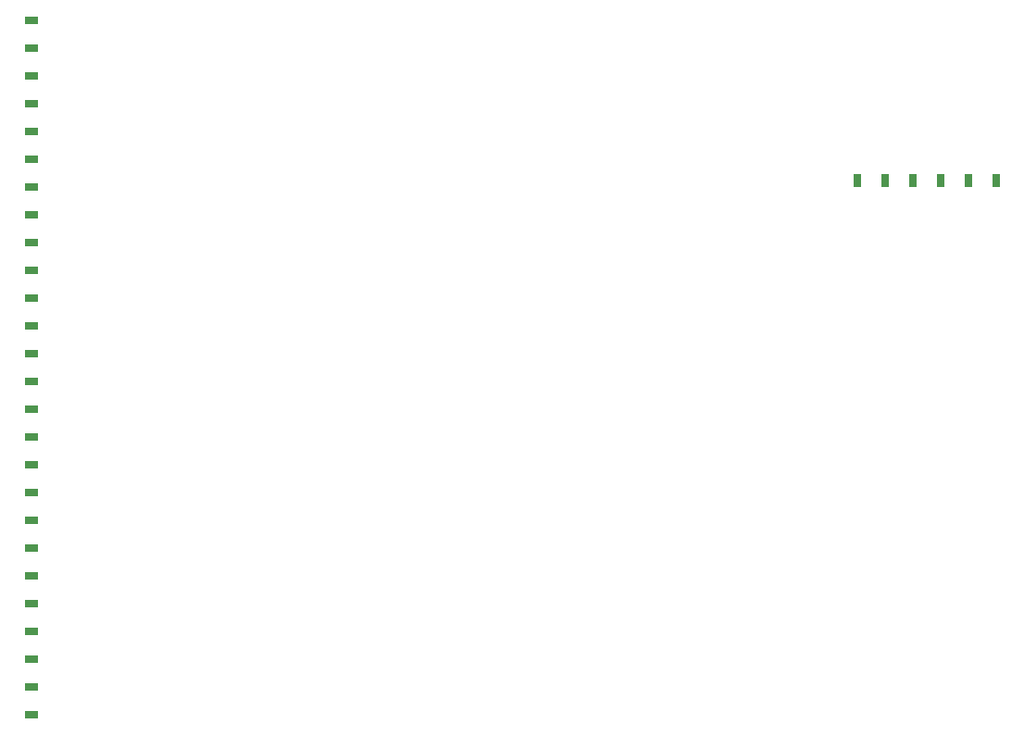
<source format=gtp>
G75*
%MOIN*%
%OFA0B0*%
%FSLAX25Y25*%
%IPPOS*%
%LPD*%
%AMOC8*
5,1,8,0,0,1.08239X$1,22.5*
%
%ADD10R,0.02500X0.05000*%
%ADD11R,0.05000X0.02500*%
D10*
X0330000Y0222500D03*
X0340000Y0222500D03*
X0350000Y0222500D03*
X0360000Y0222500D03*
X0370000Y0222500D03*
X0380000Y0222500D03*
D11*
X0032500Y0030000D03*
X0032500Y0040000D03*
X0032500Y0050000D03*
X0032500Y0060000D03*
X0032500Y0070000D03*
X0032500Y0080000D03*
X0032500Y0090000D03*
X0032500Y0100000D03*
X0032500Y0110000D03*
X0032500Y0120000D03*
X0032500Y0130000D03*
X0032500Y0140000D03*
X0032500Y0150000D03*
X0032500Y0160000D03*
X0032500Y0170000D03*
X0032500Y0180000D03*
X0032500Y0190000D03*
X0032500Y0200000D03*
X0032500Y0210000D03*
X0032500Y0220000D03*
X0032500Y0230000D03*
X0032500Y0240000D03*
X0032500Y0250000D03*
X0032500Y0260000D03*
X0032500Y0270000D03*
X0032500Y0280000D03*
M02*

</source>
